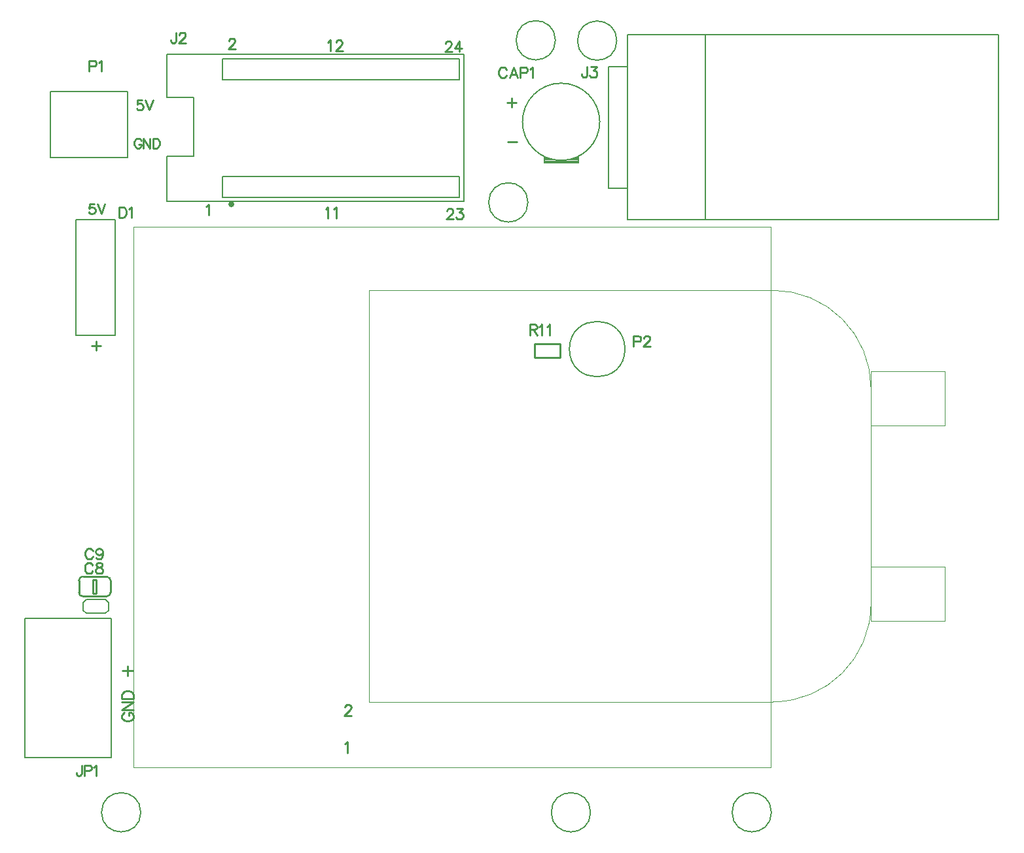
<source format=gto>
G04*
G04 #@! TF.GenerationSoftware,Altium Limited,Altium Designer,21.0.9 (235)*
G04*
G04 Layer_Color=65535*
%FSLAX25Y25*%
%MOIN*%
G70*
G04*
G04 #@! TF.SameCoordinates,A9EE82D5-5453-4621-884F-38B111DD7A68*
G04*
G04*
G04 #@! TF.FilePolarity,Positive*
G04*
G01*
G75*
%ADD10C,0.00984*%
%ADD11C,0.00787*%
%ADD12C,0.00100*%
%ADD13C,0.00512*%
%ADD14C,0.00787*%
%ADD15C,0.03150*%
%ADD16C,0.01000*%
D10*
X380846Y393327D02*
G03*
X382854Y391319I1994J-14D01*
G01*
Y401397D02*
G03*
X380846Y399390I-14J-1994D01*
G01*
X394980Y391319D02*
G03*
X396989Y393327I14J1994D01*
G01*
X396988Y399390D02*
G03*
X394980Y401397I-1994J14D01*
G01*
X380846Y393327D02*
Y399390D01*
X382854Y391319D02*
X394980D01*
X382854Y401397D02*
X394980D01*
X388130Y392854D02*
Y399862D01*
X389704Y392854D02*
Y399862D01*
X388130Y392854D02*
X389704D01*
X396988Y393327D02*
Y399390D01*
X388130Y399862D02*
X389704D01*
X626082Y513017D02*
Y520024D01*
X613090Y513017D02*
X626082D01*
X613090D02*
Y520024D01*
X626082D01*
D11*
X623607Y674890D02*
G03*
X623607Y674890I-10000J0D01*
G01*
X654873Y674724D02*
G03*
X654873Y674724I-10000J0D01*
G01*
X412370Y281189D02*
G03*
X412370Y281189I-10000J0D01*
G01*
X641494D02*
G03*
X641494Y281189I-10000J0D01*
G01*
X733625D02*
G03*
X733625Y281189I-10000J0D01*
G01*
X609609Y592213D02*
G03*
X609609Y592213I-10000J0D01*
G01*
X646198Y633320D02*
G03*
X646198Y633320I-19689J0D01*
G01*
X659026Y517410D02*
G03*
X659026Y517410I-14142J0D01*
G01*
X660472Y677779D02*
X849448D01*
X660472Y583290D02*
Y677779D01*
Y583290D02*
X849448D01*
Y677779D01*
X699842Y583290D02*
Y677779D01*
X650629Y661480D02*
X660472D01*
X650629Y599590D02*
Y661480D01*
Y599590D02*
X660472D01*
X379176Y524529D02*
X399176D01*
Y583427D01*
X379176D02*
X399176D01*
X379176Y524529D02*
Y583427D01*
X353480Y309092D02*
Y380037D01*
X397180D01*
Y309092D02*
Y380037D01*
X353480Y309092D02*
X397180D01*
X405774Y615061D02*
Y648919D01*
X366404Y615061D02*
X405774D01*
X366404D02*
Y648919D01*
X405774D01*
X617848Y612454D02*
Y615603D01*
Y612454D02*
X635171D01*
Y615603D01*
X633596Y614816D02*
X635171D01*
X617848D02*
X619423D01*
X617848Y614028D02*
X622179D01*
X630840D02*
X635171D01*
X617848Y613241D02*
X635171D01*
D12*
X734413Y337531D02*
G03*
X784413Y387531I-0J50000D01*
G01*
Y497374D02*
G03*
X734413Y547374I-49988J12D01*
G01*
X408507Y304264D02*
X733271D01*
X408507D02*
Y579854D01*
X733271D01*
X528507Y337531D02*
X734413D01*
X528507D02*
Y547374D01*
X734413D01*
X733271Y304264D02*
Y579854D01*
X784413Y378831D02*
X821932D01*
X784413D02*
Y406390D01*
Y387531D02*
Y497374D01*
Y406390D02*
X821932D01*
X784413Y478555D02*
X821932D01*
X784413D02*
Y506114D01*
X821932D01*
Y378831D02*
Y406390D01*
Y478555D02*
Y506114D01*
D13*
X383055Y388198D02*
X384551Y389694D01*
X383055Y384260D02*
Y388198D01*
Y384260D02*
X384551Y382764D01*
Y389694D02*
X394474D01*
X395970Y388198D01*
X384551Y382764D02*
X394474D01*
X395970Y384260D02*
Y388198D01*
X394474Y382764D02*
X395970Y384260D01*
D14*
X576998Y592859D02*
Y667900D01*
X425738Y592859D02*
Y615774D01*
Y592859D02*
X576998D01*
X425738Y615774D02*
X439478D01*
X425736Y667900D02*
X576998D01*
X425738Y645774D02*
Y667900D01*
X439478Y615774D02*
Y645774D01*
X425738D02*
X439478D01*
X454006Y665419D02*
X456722D01*
X454006Y654908D02*
Y665419D01*
Y654908D02*
X574754D01*
Y665419D01*
X456722D02*
X574754D01*
X454006Y605419D02*
X456722D01*
X454006Y594908D02*
Y605419D01*
Y594908D02*
X574754D01*
Y605419D01*
X456722D02*
X574754D01*
D15*
X458454Y591443D02*
Y591482D01*
D16*
X387928Y414490D02*
X387666Y415013D01*
X387142Y415537D01*
X386618Y415799D01*
X385571D01*
X385047Y415537D01*
X384524Y415013D01*
X384262Y414490D01*
X384000Y413704D01*
Y412395D01*
X384262Y411609D01*
X384524Y411086D01*
X385047Y410562D01*
X385571Y410300D01*
X386618D01*
X387142Y410562D01*
X387666Y411086D01*
X387928Y411609D01*
X392877Y413966D02*
X392615Y413180D01*
X392091Y412657D01*
X391306Y412395D01*
X391044D01*
X390258Y412657D01*
X389735Y413180D01*
X389473Y413966D01*
Y414228D01*
X389735Y415013D01*
X390258Y415537D01*
X391044Y415799D01*
X391306D01*
X392091Y415537D01*
X392615Y415013D01*
X392877Y413966D01*
Y412657D01*
X392615Y411347D01*
X392091Y410562D01*
X391306Y410300D01*
X390782D01*
X389996Y410562D01*
X389735Y411086D01*
X413157Y644299D02*
X410776D01*
X410538Y642157D01*
X410776Y642395D01*
X411490Y642633D01*
X412204D01*
X412919Y642395D01*
X413395Y641919D01*
X413633Y641204D01*
Y640728D01*
X413395Y640014D01*
X412919Y639538D01*
X412204Y639300D01*
X411490D01*
X410776Y639538D01*
X410538Y639776D01*
X410300Y640252D01*
X414751Y644299D02*
X416656Y639300D01*
X418560Y644299D02*
X416656Y639300D01*
X412671Y623709D02*
X412433Y624185D01*
X411957Y624661D01*
X411480Y624899D01*
X410528D01*
X410052Y624661D01*
X409576Y624185D01*
X409338Y623709D01*
X409100Y622995D01*
Y621804D01*
X409338Y621090D01*
X409576Y620614D01*
X410052Y620138D01*
X410528Y619900D01*
X411480D01*
X411957Y620138D01*
X412433Y620614D01*
X412671Y621090D01*
Y621804D01*
X411480D02*
X412671D01*
X413813Y624899D02*
Y619900D01*
Y624899D02*
X417146Y619900D01*
Y624899D02*
Y619900D01*
X418527Y624899D02*
Y619900D01*
Y624899D02*
X420193D01*
X420907Y624661D01*
X421383Y624185D01*
X421621Y623709D01*
X421859Y622995D01*
Y621804D01*
X421621Y621090D01*
X421383Y620614D01*
X420907Y620138D01*
X420193Y619900D01*
X418527D01*
X388756Y591399D02*
X386376D01*
X386138Y589256D01*
X386376Y589495D01*
X387090Y589733D01*
X387804D01*
X388519Y589495D01*
X388995Y589018D01*
X389233Y588304D01*
Y587828D01*
X388995Y587114D01*
X388519Y586638D01*
X387804Y586400D01*
X387090D01*
X386376Y586638D01*
X386138Y586876D01*
X385900Y587352D01*
X390351Y591399D02*
X392256Y586400D01*
X394160Y591399D02*
X392256Y586400D01*
X387300Y519133D02*
X391965D01*
X389633Y521465D02*
Y516800D01*
X599000Y642933D02*
X603665D01*
X601333Y645265D02*
Y640600D01*
X599300Y623100D02*
X603965D01*
X404130Y331985D02*
X403558Y331699D01*
X402987Y331128D01*
X402701Y330557D01*
Y329414D01*
X402987Y328843D01*
X403558Y328271D01*
X404130Y327986D01*
X404986Y327700D01*
X406415D01*
X407272Y327986D01*
X407843Y328271D01*
X408414Y328843D01*
X408700Y329414D01*
Y330557D01*
X408414Y331128D01*
X407843Y331699D01*
X407272Y331985D01*
X406415D01*
Y330557D02*
Y331985D01*
X402701Y333356D02*
X408700D01*
X402701D02*
X408700Y337355D01*
X402701D02*
X408700D01*
X402701Y339012D02*
X408700D01*
X402701D02*
Y341011D01*
X402987Y341868D01*
X403558Y342440D01*
X404130Y342725D01*
X404986Y343011D01*
X406415D01*
X407272Y342725D01*
X407843Y342440D01*
X408414Y341868D01*
X408700Y341011D01*
Y339012D01*
X403058Y353271D02*
X408200D01*
X405629Y350700D02*
Y355842D01*
X387828Y407190D02*
X387566Y407713D01*
X387042Y408237D01*
X386519Y408499D01*
X385471D01*
X384947Y408237D01*
X384424Y407713D01*
X384162Y407190D01*
X383900Y406404D01*
Y405095D01*
X384162Y404309D01*
X384424Y403786D01*
X384947Y403262D01*
X385471Y403000D01*
X386519D01*
X387042Y403262D01*
X387566Y403786D01*
X387828Y404309D01*
X390682Y408499D02*
X389896Y408237D01*
X389634Y407713D01*
Y407190D01*
X389896Y406666D01*
X390420Y406404D01*
X391467Y406142D01*
X392253Y405880D01*
X392777Y405357D01*
X393039Y404833D01*
Y404047D01*
X392777Y403524D01*
X392515Y403262D01*
X391729Y403000D01*
X390682D01*
X389896Y403262D01*
X389634Y403524D01*
X389373Y404047D01*
Y404833D01*
X389634Y405357D01*
X390158Y405880D01*
X390944Y406142D01*
X391991Y406404D01*
X392515Y406666D01*
X392777Y407190D01*
Y407713D01*
X392515Y408237D01*
X391729Y408499D01*
X390682D01*
X516401Y334736D02*
Y334998D01*
X516663Y335521D01*
X516925Y335783D01*
X517449Y336045D01*
X518496D01*
X519020Y335783D01*
X519282Y335521D01*
X519544Y334998D01*
Y334474D01*
X519282Y333950D01*
X518758Y333165D01*
X516140Y330546D01*
X519805D01*
X516318Y316034D02*
X516842Y316296D01*
X517628Y317081D01*
Y311582D01*
X506520Y588682D02*
X507044Y588943D01*
X507829Y589729D01*
Y584230D01*
X510552Y588682D02*
X511076Y588943D01*
X511862Y589729D01*
Y584230D01*
X507537Y673898D02*
X508061Y674160D01*
X508847Y674945D01*
Y669446D01*
X511832Y673636D02*
Y673898D01*
X512094Y674422D01*
X512355Y674683D01*
X512879Y674945D01*
X513927D01*
X514450Y674683D01*
X514712Y674422D01*
X514974Y673898D01*
Y673374D01*
X514712Y672850D01*
X514188Y672065D01*
X511570Y669446D01*
X515236D01*
X445652Y590202D02*
X446175Y590464D01*
X446961Y591250D01*
Y585751D01*
X568294Y587788D02*
Y588050D01*
X568556Y588574D01*
X568818Y588836D01*
X569341Y589098D01*
X570389D01*
X570912Y588836D01*
X571174Y588574D01*
X571436Y588050D01*
Y587527D01*
X571174Y587003D01*
X570650Y586217D01*
X568032Y583599D01*
X571698D01*
X573452Y589098D02*
X576333D01*
X574761Y587003D01*
X575547D01*
X576071Y586741D01*
X576333Y586479D01*
X576594Y585694D01*
Y585170D01*
X576333Y584384D01*
X575809Y583861D01*
X575023Y583599D01*
X574238D01*
X573452Y583861D01*
X573190Y584123D01*
X572929Y584646D01*
X567567Y673144D02*
Y673406D01*
X567829Y673930D01*
X568091Y674192D01*
X568615Y674453D01*
X569662D01*
X570186Y674192D01*
X570448Y673930D01*
X570710Y673406D01*
Y672882D01*
X570448Y672359D01*
X569924Y671573D01*
X567306Y668955D01*
X570971D01*
X574821Y674453D02*
X572202Y670788D01*
X576130D01*
X574821Y674453D02*
Y668955D01*
X457240Y674570D02*
Y674831D01*
X457502Y675355D01*
X457764Y675617D01*
X458288Y675879D01*
X459335D01*
X459859Y675617D01*
X460121Y675355D01*
X460382Y674831D01*
Y674308D01*
X460121Y673784D01*
X459597Y672998D01*
X456978Y670380D01*
X460644D01*
X430294Y678874D02*
Y674684D01*
X430032Y673899D01*
X429771Y673637D01*
X429247Y673375D01*
X428723D01*
X428199Y673637D01*
X427938Y673899D01*
X427676Y674684D01*
Y675208D01*
X431970Y677564D02*
Y677826D01*
X432232Y678350D01*
X432494Y678612D01*
X433017Y678874D01*
X434065D01*
X434589Y678612D01*
X434851Y678350D01*
X435112Y677826D01*
Y677303D01*
X434851Y676779D01*
X434327Y675993D01*
X431708Y673375D01*
X435374D01*
X598628Y659890D02*
X598366Y660413D01*
X597842Y660937D01*
X597319Y661199D01*
X596271D01*
X595747Y660937D01*
X595224Y660413D01*
X594962Y659890D01*
X594700Y659104D01*
Y657795D01*
X594962Y657009D01*
X595224Y656486D01*
X595747Y655962D01*
X596271Y655700D01*
X597319D01*
X597842Y655962D01*
X598366Y656486D01*
X598628Y657009D01*
X604362Y655700D02*
X602267Y661199D01*
X600173Y655700D01*
X600958Y657533D02*
X603577D01*
X605645Y658319D02*
X608002D01*
X608787Y658580D01*
X609049Y658842D01*
X609311Y659366D01*
Y660151D01*
X609049Y660675D01*
X608787Y660937D01*
X608002Y661199D01*
X605645D01*
Y655700D01*
X610542Y660151D02*
X611065Y660413D01*
X611851Y661199D01*
Y655700D01*
X610517Y529955D02*
Y524456D01*
Y529955D02*
X612874D01*
X613660Y529693D01*
X613921Y529431D01*
X614183Y528907D01*
Y528384D01*
X613921Y527860D01*
X613660Y527598D01*
X612874Y527336D01*
X610517D01*
X612350D02*
X614183Y524456D01*
X615414Y528907D02*
X615938Y529169D01*
X616723Y529955D01*
Y524456D01*
X619446Y528907D02*
X619970Y529169D01*
X620756Y529955D01*
Y524456D01*
X386052Y661651D02*
X388408D01*
X389194Y661913D01*
X389456Y662175D01*
X389718Y662699D01*
Y663484D01*
X389456Y664008D01*
X389194Y664270D01*
X388408Y664532D01*
X386052D01*
Y659033D01*
X390948Y663484D02*
X391472Y663746D01*
X392257Y664532D01*
Y659033D01*
X382183Y305247D02*
Y301057D01*
X381921Y300272D01*
X381660Y300010D01*
X381136Y299748D01*
X380612D01*
X380088Y300010D01*
X379827Y300272D01*
X379565Y301057D01*
Y301581D01*
X383597Y302366D02*
X385954D01*
X386739Y302628D01*
X387001Y302890D01*
X387263Y303414D01*
Y304199D01*
X387001Y304723D01*
X386739Y304985D01*
X385954Y305247D01*
X383597D01*
Y299748D01*
X388494Y304199D02*
X389018Y304461D01*
X389803Y305247D01*
Y299748D01*
X401325Y589908D02*
Y584409D01*
Y589908D02*
X403158D01*
X403943Y589646D01*
X404467Y589122D01*
X404729Y588599D01*
X404991Y587813D01*
Y586504D01*
X404729Y585718D01*
X404467Y585195D01*
X403943Y584671D01*
X403158Y584409D01*
X401325D01*
X406222Y588861D02*
X406745Y589122D01*
X407531Y589908D01*
Y584409D01*
X639705Y661454D02*
Y657264D01*
X639443Y656479D01*
X639182Y656217D01*
X638658Y655955D01*
X638134D01*
X637610Y656217D01*
X637349Y656479D01*
X637087Y657264D01*
Y657788D01*
X641643Y661454D02*
X644523D01*
X642952Y659359D01*
X643738D01*
X644261Y659097D01*
X644523Y658835D01*
X644785Y658050D01*
Y657526D01*
X644523Y656740D01*
X644000Y656217D01*
X643214Y655955D01*
X642428D01*
X641643Y656217D01*
X641381Y656479D01*
X641119Y657002D01*
X663464Y521298D02*
X665820D01*
X666606Y521560D01*
X666868Y521822D01*
X667130Y522346D01*
Y523131D01*
X666868Y523655D01*
X666606Y523917D01*
X665820Y524179D01*
X663464D01*
Y518680D01*
X668622Y522869D02*
Y523131D01*
X668884Y523655D01*
X669146Y523917D01*
X669669Y524179D01*
X670717D01*
X671241Y523917D01*
X671502Y523655D01*
X671764Y523131D01*
Y522608D01*
X671502Y522084D01*
X670979Y521298D01*
X668360Y518680D01*
X672026D01*
M02*

</source>
